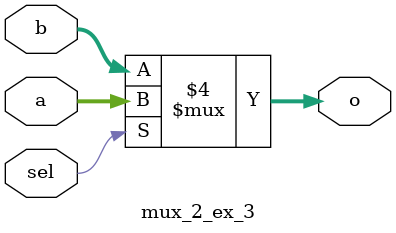
<source format=sv>
`timescale 1ns/1ns

module mux_2_ex_3(
    input [1:0] a,
    input [1:0] b,
    input sel,
    output reg [1:0] o
);

// if sel = 1, choose a, otherwise b
// "always_comb" is the preferred way!
// avoid old fashioned "always"
always_comb begin: mux
    if (sel == 1'b1) begin
        o = a;
    end
    else begin
        o = b;
    end    
end

endmodule
</source>
